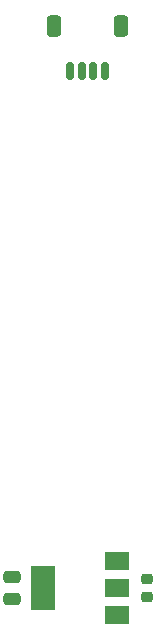
<source format=gbr>
%TF.GenerationSoftware,KiCad,Pcbnew,(6.0.5)*%
%TF.CreationDate,2022-10-13T14:31:03+01:00*%
%TF.ProjectId,OOBB-RASP-PICO-SHIELD-01,4f4f4242-2d52-4415-9350-2d5049434f2d,rev?*%
%TF.SameCoordinates,Original*%
%TF.FileFunction,Paste,Top*%
%TF.FilePolarity,Positive*%
%FSLAX46Y46*%
G04 Gerber Fmt 4.6, Leading zero omitted, Abs format (unit mm)*
G04 Created by KiCad (PCBNEW (6.0.5)) date 2022-10-13 14:31:03*
%MOMM*%
%LPD*%
G01*
G04 APERTURE LIST*
G04 Aperture macros list*
%AMRoundRect*
0 Rectangle with rounded corners*
0 $1 Rounding radius*
0 $2 $3 $4 $5 $6 $7 $8 $9 X,Y pos of 4 corners*
0 Add a 4 corners polygon primitive as box body*
4,1,4,$2,$3,$4,$5,$6,$7,$8,$9,$2,$3,0*
0 Add four circle primitives for the rounded corners*
1,1,$1+$1,$2,$3*
1,1,$1+$1,$4,$5*
1,1,$1+$1,$6,$7*
1,1,$1+$1,$8,$9*
0 Add four rect primitives between the rounded corners*
20,1,$1+$1,$2,$3,$4,$5,0*
20,1,$1+$1,$4,$5,$6,$7,0*
20,1,$1+$1,$6,$7,$8,$9,0*
20,1,$1+$1,$8,$9,$2,$3,0*%
G04 Aperture macros list end*
%ADD10R,2.000000X1.500000*%
%ADD11R,2.000000X3.800000*%
%ADD12RoundRect,0.250000X0.350000X0.650000X-0.350000X0.650000X-0.350000X-0.650000X0.350000X-0.650000X0*%
%ADD13RoundRect,0.150000X0.150000X0.625000X-0.150000X0.625000X-0.150000X-0.625000X0.150000X-0.625000X0*%
%ADD14RoundRect,0.250000X0.475000X-0.250000X0.475000X0.250000X-0.475000X0.250000X-0.475000X-0.250000X0*%
%ADD15RoundRect,0.225000X-0.250000X0.225000X-0.250000X-0.225000X0.250000X-0.225000X0.250000X0.225000X0*%
G04 APERTURE END LIST*
D10*
%TO.C,U1*%
X144120000Y-109615000D03*
D11*
X137820000Y-107315000D03*
D10*
X144120000Y-107315000D03*
X144120000Y-105015000D03*
%TD*%
D12*
%TO.C,J4*%
X144425000Y-59720000D03*
X138825000Y-59720000D03*
D13*
X140125000Y-63595000D03*
X141125000Y-63595000D03*
X142125000Y-63595000D03*
X143125000Y-63595000D03*
%TD*%
D14*
%TO.C,C2*%
X135255000Y-108265000D03*
X135255000Y-106365000D03*
%TD*%
D15*
%TO.C,C1*%
X146685000Y-106540000D03*
X146685000Y-108090000D03*
%TD*%
M02*

</source>
